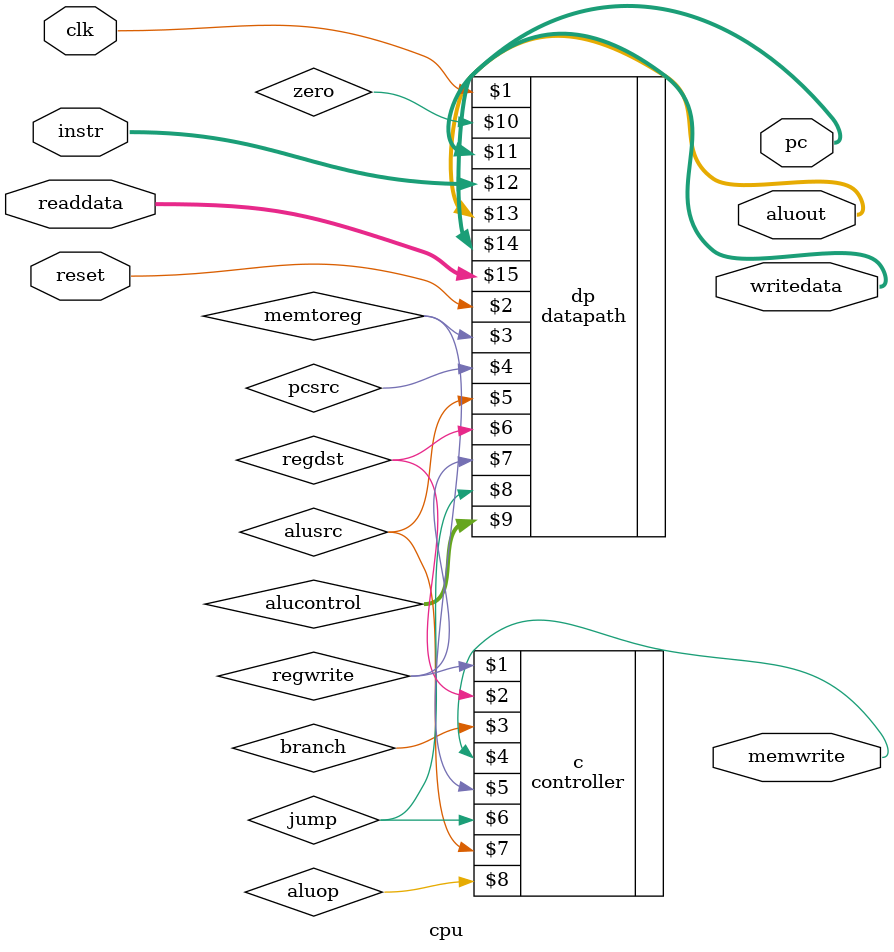
<source format=sv>
`ifndef CPU
`define CPU
`timescale 1ns/100ps
`include "../controller/controller.sv"
`include "../datapath/datapath.sv"

module cpu
    #(parameter n = 16)(
    //
    // ---------------- PORT DEFINITIONS ----------------
    //
    input  logic           clk, reset,
    output logic [(n-1):0] pc,
    input  logic [(n-1):0] instr,
    output logic           memwrite,
    output logic [(n-1):0] aluout, writedata,
    input  logic [(n-1):0] readdata
);

  wire        memtoreg, branch, pcsrc, zero, alusrc, regdst, regwrite, jump;
  wire [2:0]  alucontrol;
    //
    // ---------------- MODULE DESIGN IMPLEMENTATION ----------------
    //

    // cpu internal components
    logic       memtoreg, alusrc, regdst, regwrite, jump, pcsrc, zero;
    logic [2:0] alucontrol;
    
  controller c(regwrite, regdst, branch, memwrite, memtoreg, jump, alusrc, aluop);
  datapath dp(clk, reset, memtoreg, pcsrc,
              alusrc, regdst, regwrite, jump,
              alucontrol,
              zero, pc, instr,
              aluout, writedata, readdata);

endmodule

`endif // CPU
</source>
